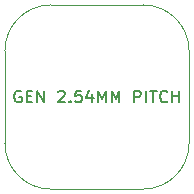
<source format=gbr>
%TF.GenerationSoftware,KiCad,Pcbnew,4.0.5-e0-6337~49~ubuntu16.04.1*%
%TF.CreationDate,2017-01-13T08:23:04-08:00*%
%TF.ProjectId,2x2-Generic-2.54mm-Pitch,3278322D47656E657269632D322E3534,1.0*%
%TF.FileFunction,Other,Fab,Top*%
%FSLAX46Y46*%
G04 Gerber Fmt 4.6, Leading zero omitted, Abs format (unit mm)*
G04 Created by KiCad (PCBNEW 4.0.5-e0-6337~49~ubuntu16.04.1) date Fri Jan 13 08:23:04 2017*
%MOMM*%
%LPD*%
G01*
G04 APERTURE LIST*
%ADD10C,0.350000*%
%ADD11C,0.040640*%
%ADD12C,0.150000*%
G04 APERTURE END LIST*
D10*
D11*
X154458000Y-90435000D02*
X146658000Y-90435000D01*
X154458000Y-106035000D02*
X146658000Y-106035000D01*
X158358000Y-102135000D02*
X158358000Y-94335000D01*
X142758000Y-102135000D02*
X142758000Y-94335000D01*
X158358000Y-94335000D02*
G75*
G03X154458000Y-90435000I-3900000J0D01*
G01*
X154458000Y-106035000D02*
G75*
G03X158358000Y-102135000I0J3900000D01*
G01*
X142758000Y-102135000D02*
G75*
G03X146658000Y-106035000I3900000J0D01*
G01*
X146658000Y-90435000D02*
G75*
G03X142758000Y-94335000I0J-3900000D01*
G01*
D12*
X144129429Y-97735000D02*
X144034191Y-97687381D01*
X143891334Y-97687381D01*
X143748476Y-97735000D01*
X143653238Y-97830238D01*
X143605619Y-97925476D01*
X143558000Y-98115952D01*
X143558000Y-98258810D01*
X143605619Y-98449286D01*
X143653238Y-98544524D01*
X143748476Y-98639762D01*
X143891334Y-98687381D01*
X143986572Y-98687381D01*
X144129429Y-98639762D01*
X144177048Y-98592143D01*
X144177048Y-98258810D01*
X143986572Y-98258810D01*
X144605619Y-98163571D02*
X144938953Y-98163571D01*
X145081810Y-98687381D02*
X144605619Y-98687381D01*
X144605619Y-97687381D01*
X145081810Y-97687381D01*
X145510381Y-98687381D02*
X145510381Y-97687381D01*
X146081810Y-98687381D01*
X146081810Y-97687381D01*
X147272286Y-97782619D02*
X147319905Y-97735000D01*
X147415143Y-97687381D01*
X147653239Y-97687381D01*
X147748477Y-97735000D01*
X147796096Y-97782619D01*
X147843715Y-97877857D01*
X147843715Y-97973095D01*
X147796096Y-98115952D01*
X147224667Y-98687381D01*
X147843715Y-98687381D01*
X148272286Y-98592143D02*
X148319905Y-98639762D01*
X148272286Y-98687381D01*
X148224667Y-98639762D01*
X148272286Y-98592143D01*
X148272286Y-98687381D01*
X149224667Y-97687381D02*
X148748476Y-97687381D01*
X148700857Y-98163571D01*
X148748476Y-98115952D01*
X148843714Y-98068333D01*
X149081810Y-98068333D01*
X149177048Y-98115952D01*
X149224667Y-98163571D01*
X149272286Y-98258810D01*
X149272286Y-98496905D01*
X149224667Y-98592143D01*
X149177048Y-98639762D01*
X149081810Y-98687381D01*
X148843714Y-98687381D01*
X148748476Y-98639762D01*
X148700857Y-98592143D01*
X150129429Y-98020714D02*
X150129429Y-98687381D01*
X149891333Y-97639762D02*
X149653238Y-98354048D01*
X150272286Y-98354048D01*
X150653238Y-98687381D02*
X150653238Y-97687381D01*
X150986572Y-98401667D01*
X151319905Y-97687381D01*
X151319905Y-98687381D01*
X151796095Y-98687381D02*
X151796095Y-97687381D01*
X152129429Y-98401667D01*
X152462762Y-97687381D01*
X152462762Y-98687381D01*
X153700857Y-98687381D02*
X153700857Y-97687381D01*
X154081810Y-97687381D01*
X154177048Y-97735000D01*
X154224667Y-97782619D01*
X154272286Y-97877857D01*
X154272286Y-98020714D01*
X154224667Y-98115952D01*
X154177048Y-98163571D01*
X154081810Y-98211190D01*
X153700857Y-98211190D01*
X154700857Y-98687381D02*
X154700857Y-97687381D01*
X155034190Y-97687381D02*
X155605619Y-97687381D01*
X155319904Y-98687381D02*
X155319904Y-97687381D01*
X156510381Y-98592143D02*
X156462762Y-98639762D01*
X156319905Y-98687381D01*
X156224667Y-98687381D01*
X156081809Y-98639762D01*
X155986571Y-98544524D01*
X155938952Y-98449286D01*
X155891333Y-98258810D01*
X155891333Y-98115952D01*
X155938952Y-97925476D01*
X155986571Y-97830238D01*
X156081809Y-97735000D01*
X156224667Y-97687381D01*
X156319905Y-97687381D01*
X156462762Y-97735000D01*
X156510381Y-97782619D01*
X156938952Y-98687381D02*
X156938952Y-97687381D01*
X156938952Y-98163571D02*
X157510381Y-98163571D01*
X157510381Y-98687381D02*
X157510381Y-97687381D01*
M02*

</source>
